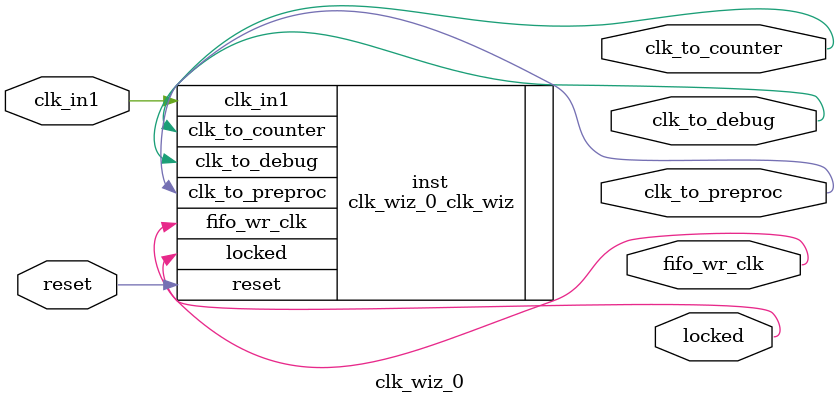
<source format=v>


`timescale 1ps/1ps

(* CORE_GENERATION_INFO = "clk_wiz_0,clk_wiz_v6_0_3_0_0,{component_name=clk_wiz_0,use_phase_alignment=true,use_min_o_jitter=false,use_max_i_jitter=false,use_dyn_phase_shift=false,use_inclk_switchover=false,use_dyn_reconfig=false,enable_axi=0,feedback_source=FDBK_AUTO,PRIMITIVE=MMCM,num_out_clk=4,clkin1_period=15.385,clkin2_period=10.0,use_power_down=false,use_reset=true,use_locked=true,use_inclk_stopped=false,feedback_type=SINGLE,CLOCK_MGR_TYPE=NA,manual_override=false}" *)

module clk_wiz_0 
 (
  // Clock out ports
  output        clk_to_preproc,
  output        fifo_wr_clk,
  output        clk_to_counter,
  output        clk_to_debug,
  // Status and control signals
  input         reset,
  output        locked,
 // Clock in ports
  input         clk_in1
 );

  clk_wiz_0_clk_wiz inst
  (
  // Clock out ports  
  .clk_to_preproc(clk_to_preproc),
  .fifo_wr_clk(fifo_wr_clk),
  .clk_to_counter(clk_to_counter),
  .clk_to_debug(clk_to_debug),
  // Status and control signals               
  .reset(reset), 
  .locked(locked),
 // Clock in ports
  .clk_in1(clk_in1)
  );

endmodule

</source>
